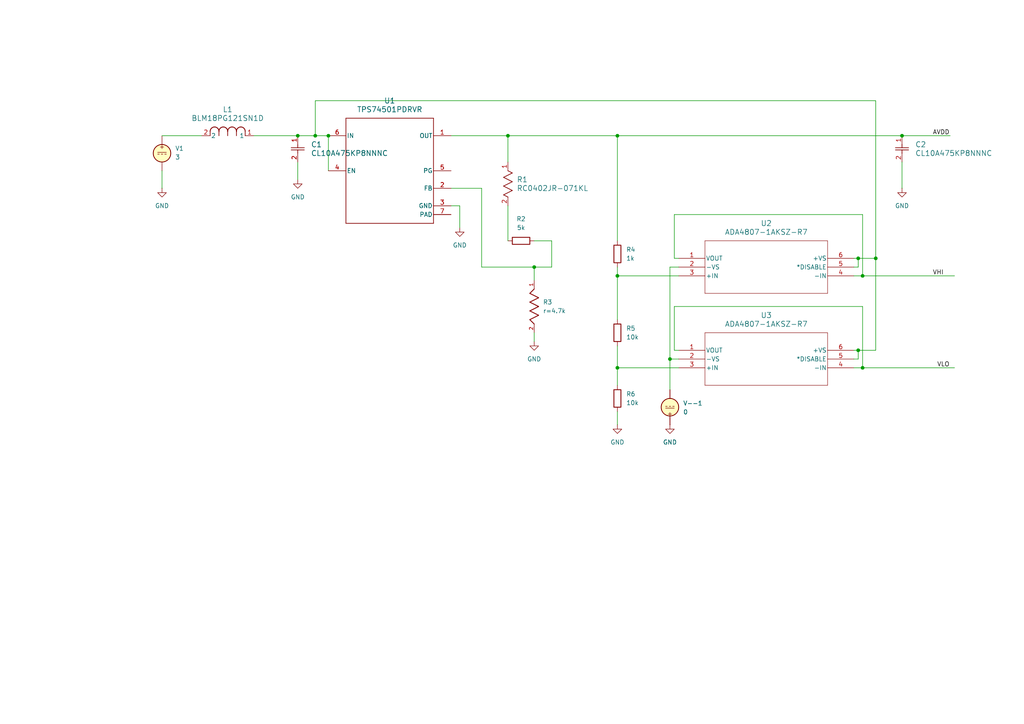
<source format=kicad_sch>
(kicad_sch (version 20231120) (generator "eeschema") (generator_version "8.0")
  (paper "A4")
  (lib_symbols
    (symbol "Cap4.7uF:CL10A475KP8NNNC" (pin_names (offset 0.254))
      (property "Reference" "C" (at 3.81 3.81 0))
      (property "Value" "CL10A475KP8NNNC" (at 3.81 -3.81 0))
      (symbol "CL10A475KP8NNNC_1_1"
        (polyline (pts (xy 2.54 0) (xy 3.4798 0)) (stroke (width 0.2032)))
        (polyline (pts (xy 3.4798 -1.905) (xy 3.4798 1.905)) (stroke (width 0.2032)))
        (polyline (pts (xy 4.1148 -1.905) (xy 4.1148 1.905)) (stroke (width 0.2032)))
        (polyline (pts (xy 4.1148 0) (xy 5.08 0)) (stroke (width 0.2032)))
        (pin unspecified line (at 0 0 0) (length 2.54) (name "") (number "1"))
        (pin unspecified line (at 7.62 0 180) (length 2.54) (name "") (number "2"))
      )
      (symbol "CL10A475KP8NNNC_1_2"
        (polyline (pts (xy -1.905 -4.1148) (xy 1.905 -4.1148)) (stroke (width 0.2032)))
        (polyline (pts (xy -1.905 -3.4798) (xy 1.905 -3.4798)) (stroke (width 0.2032)))
        (polyline (pts (xy 0 -4.1148) (xy 0 -5.08)) (stroke (width 0.2032)))
        (polyline (pts (xy 0 -2.54) (xy 0 -3.4798)) (stroke (width 0.2032)))
        (pin unspecified line (at 0 0 270) (length 2.54) (name "") (number "1"))
        (pin unspecified line (at 0 -7.62 90) (length 2.54) (name "") (number "2"))
      )
    )
    (symbol "Device:R" (pin_numbers hide) (pin_names (offset 0))
      (property "Reference" "R" (at 2.032 0 90))
      (property "Value" "R" (at 0 0 90))
      (symbol "R_0_1"
        (rectangle (start -1.016 -2.54) (end 1.016 2.54) (stroke (width 0.254)))
      )
      (symbol "R_1_1"
        (pin passive line (at 0 3.81 270) (length 1.27) (name "~") (number "1"))
        (pin passive line (at 0 -3.81 90) (length 1.27) (name "~") (number "2"))
      )
    )
    (symbol "LDO:TPS74501PDRVR" (pin_names (offset 0.254))
      (property "Reference" "U" (at 0 2.54 0))
      (property "Value" "TPS74501PDRVR" (at 0 0 0))
      (symbol "TPS74501PDRVR_0_1"
        (polyline (pts (xy -12.7 -15.24) (xy 12.7 -15.24)) (stroke (width 0.2032)))
        (polyline (pts (xy -12.7 15.24) (xy -12.7 -15.24)) (stroke (width 0.2032)))
        (polyline (pts (xy 12.7 -15.24) (xy 12.7 15.24)) (stroke (width 0.2032)))
        (polyline (pts (xy 12.7 15.24) (xy -12.7 15.24)) (stroke (width 0.2032)))
        (pin power_in line (at 17.78 10.16 180) (length 5.08) (name "OUT") (number "1"))
        (pin input line (at 17.78 -5.08 180) (length 5.08) (name "FB") (number "2"))
        (pin power_in line (at 17.78 -10.16 180) (length 5.08) (name "GND") (number "3"))
        (pin input line (at -17.78 0 0) (length 5.08) (name "EN") (number "4"))
        (pin open_collector line (at 17.78 0 180) (length 5.08) (name "PG") (number "5"))
        (pin power_in line (at -17.78 10.16 0) (length 5.08) (name "IN") (number "6"))
        (pin power_in line (at 17.78 -12.7 180) (length 5.08) (name "PAD") (number "7"))
      )
    )
    (symbol "Opamp:ADA4807-1AKSZ-R7" (pin_names (offset 0.254))
      (property "Reference" "U" (at 25.4 10.16 0))
      (property "Value" "ADA4807-1AKSZ-R7" (at 25.4 7.62 0))
      (symbol "ADA4807-1AKSZ-R7_0_1"
        (polyline (pts (xy 7.62 -10.16) (xy 43.18 -10.16)) (stroke (width 0.127)))
        (polyline (pts (xy 7.62 5.08) (xy 7.62 -10.16)) (stroke (width 0.127)))
        (polyline (pts (xy 43.18 -10.16) (xy 43.18 5.08)) (stroke (width 0.127)))
        (polyline (pts (xy 43.18 5.08) (xy 7.62 5.08)) (stroke (width 0.127)))
        (pin power_in line (at 0 0 0) (length 7.62) (name "VOUT") (number "1"))
        (pin power_in line (at 0 -2.54 0) (length 7.62) (name "-VS") (number "2"))
        (pin input line (at 0 -5.08 0) (length 7.62) (name "+IN") (number "3"))
        (pin input line (at 50.8 -5.08 180) (length 7.62) (name "-IN") (number "4"))
        (pin unspecified line (at 50.8 -2.54 180) (length 7.62) (name "*DISABLE") (number "5"))
        (pin power_in line (at 50.8 0 180) (length 7.62) (name "+VS") (number "6"))
      )
    )
    (symbol "Resistor1k:RC0402JR-071KL" (pin_names (offset 0.254))
      (property "Reference" "R" (at 5.715 3.81 0))
      (property "Value" "RC0402JR-071KL" (at 6.35 -3.81 0))
      (symbol "RC0402JR-071KL_1_1"
        (polyline (pts (xy 2.54 0) (xy 3.175 1.27)) (stroke (width 0.2032)))
        (polyline (pts (xy 3.175 1.27) (xy 4.445 -1.27)) (stroke (width 0.2032)))
        (polyline (pts (xy 4.445 -1.27) (xy 5.715 1.27)) (stroke (width 0.2032)))
        (polyline (pts (xy 5.715 1.27) (xy 6.985 -1.27)) (stroke (width 0.2032)))
        (polyline (pts (xy 6.985 -1.27) (xy 8.255 1.27)) (stroke (width 0.2032)))
        (polyline (pts (xy 8.255 1.27) (xy 9.525 -1.27)) (stroke (width 0.2032)))
        (polyline (pts (xy 9.525 -1.27) (xy 10.16 0)) (stroke (width 0.2032)))
        (pin unspecified line (at 12.7 0 180) (length 2.54) (name "") (number "1"))
        (pin unspecified line (at 0 0 0) (length 2.54) (name "") (number "2"))
      )
      (symbol "RC0402JR-071KL_1_2"
        (polyline (pts (xy -1.27 3.175) (xy 1.27 4.445)) (stroke (width 0.2032)))
        (polyline (pts (xy -1.27 5.715) (xy 1.27 6.985)) (stroke (width 0.2032)))
        (polyline (pts (xy -1.27 8.255) (xy 1.27 9.525)) (stroke (width 0.2032)))
        (polyline (pts (xy 0 2.54) (xy -1.27 3.175)) (stroke (width 0.2032)))
        (polyline (pts (xy 1.27 4.445) (xy -1.27 5.715)) (stroke (width 0.2032)))
        (polyline (pts (xy 1.27 6.985) (xy -1.27 8.255)) (stroke (width 0.2032)))
        (polyline (pts (xy 1.27 9.525) (xy 0 10.16)) (stroke (width 0.2032)))
        (pin unspecified line (at 0 12.7 270) (length 2.54) (name "") (number "1"))
        (pin unspecified line (at 0 0 90) (length 2.54) (name "") (number "2"))
      )
    )
    (symbol "Simulation_SPICE:VDC" (pin_numbers hide) (pin_names (offset 0.0254))
      (property "Reference" "V" (at 2.54 2.54 0))
      (property "Value" "1" (at 2.54 0 0))
      (symbol "VDC_0_0"
        (polyline (pts (xy -1.27 0.254) (xy 1.27 0.254)))
        (polyline (pts (xy -0.762 -0.254) (xy -1.27 -0.254)))
        (polyline (pts (xy 0.254 -0.254) (xy -0.254 -0.254)))
        (polyline (pts (xy 1.27 -0.254) (xy 0.762 -0.254)))
        (text "+" (at 0 1.905 0) (effects (font (size 1.27 1.27))))
      )
      (symbol "VDC_0_1"
        (circle (center 0 0) (radius 2.54) (stroke (width 0.254)) (fill (type background)))
      )
      (symbol "VDC_1_1"
        (pin passive line (at 0 5.08 270) (length 2.54) (name "~") (number "1"))
        (pin passive line (at 0 -5.08 90) (length 2.54) (name "~") (number "2"))
      )
    )
    (symbol "ferriteBeads120Ohm:BLM18PG121SN1D" (pin_names (offset 0.254))
      (property "Reference" "L" (at 6.985 5.08 0))
      (property "Value" "BLM18PG121SN1D" (at 6.985 -2.54 0))
      (symbol "BLM18PG121SN1D_1_1"
        (polyline (pts (xy 2.54 0) (xy 2.54 1.27)) (stroke (width 0.2032)))
        (polyline (pts (xy 5.08 0) (xy 5.08 1.27)) (stroke (width 0.2032)))
        (polyline (pts (xy 7.62 0) (xy 7.62 1.27)) (stroke (width 0.2032)))
        (polyline (pts (xy 10.16 0) (xy 10.16 1.27)) (stroke (width 0.2032)))
        (polyline (pts (xy 12.7 0) (xy 12.7 1.27)) (stroke (width 0.2032)))
        (arc (start 5.08 1.27) (mid 3.81 2.5344) (end 2.54 1.27) (stroke (width 0.254)))
        (arc (start 7.62 1.27) (mid 6.35 2.5344) (end 5.08 1.27) (stroke (width 0.254)))
        (arc (start 10.16 1.27) (mid 8.89 2.5344) (end 7.62 1.27) (stroke (width 0.254)))
        (arc (start 12.7 1.27) (mid 11.43 2.5344) (end 10.16 1.27) (stroke (width 0.254)))
        (pin unspecified line (at 15.24 0 180) (length 2.54) (name "1") (number "1"))
        (pin unspecified line (at 0 0 0) (length 2.54) (name "2") (number "2"))
      )
      (symbol "BLM18PG121SN1D_1_2"
        (arc (start -1.27 5.08) (mid -2.5344 3.81) (end -1.27 2.54) (stroke (width 0.254)))
        (arc (start -1.27 7.62) (mid -2.5344 6.35) (end -1.27 5.08) (stroke (width 0.254)))
        (arc (start -1.27 10.16) (mid -2.5344 8.89) (end -1.27 7.62) (stroke (width 0.254)))
        (arc (start -1.27 12.7) (mid -2.5344 11.43) (end -1.27 10.16) (stroke (width 0.254)))
        (polyline (pts (xy 0 2.54) (xy -1.27 2.54)) (stroke (width 0.2032)))
        (polyline (pts (xy 0 5.08) (xy -1.27 5.08)) (stroke (width 0.2032)))
        (polyline (pts (xy 0 7.62) (xy -1.27 7.62)) (stroke (width 0.2032)))
        (polyline (pts (xy 0 10.16) (xy -1.27 10.16)) (stroke (width 0.2032)))
        (polyline (pts (xy 0 12.7) (xy -1.27 12.7)) (stroke (width 0.2032)))
        (pin unspecified line (at 0 15.24 270) (length 2.54) (name "1") (number "1"))
        (pin unspecified line (at 0 0 90) (length 2.54) (name "2") (number "2"))
      )
    )
    (symbol "power:GND" (power) (pin_numbers hide) (pin_names (offset 0) hide)
      (property "Value" "GND" (at 0 -3.81 0))
      (symbol "GND_0_1"
        (polyline (pts (xy 0 0) (xy 0 -1.27) (xy 1.27 -1.27) (xy 0 -2.54) (xy -1.27 -1.27) (xy 0 -1.27)))
      )
      (symbol "GND_1_1"
        (pin power_in line (at 0 0 270) (length 0) (name "~") (number "1"))
      )
    )
    (symbol "resistor4.7k:RC0402FR-074K7L" (pin_names (offset 1.016))
      (property "Reference" "R" (at -4.447 2.0075 0))
      (property "Value" "RC0402FR-074K7L" (at -4.4467 -3.5574 0))
      (symbol "RC0402FR-074K7L_0_0"
        (polyline (pts (xy -5.08 0) (xy -3.81 -1.27)) (stroke (width 0.254)))
        (polyline (pts (xy -3.81 -1.27) (xy -2.54 1.27)) (stroke (width 0.254)))
        (polyline (pts (xy -2.54 1.27) (xy -1.27 -1.27)) (stroke (width 0.254)))
        (polyline (pts (xy -1.27 -1.27) (xy 0 1.27)) (stroke (width 0.254)))
        (polyline (pts (xy 0 1.27) (xy 1.27 -1.27)) (stroke (width 0.254)))
        (polyline (pts (xy 1.27 -1.27) (xy 2.54 1.27)) (stroke (width 0.254)))
        (polyline (pts (xy 2.54 1.27) (xy 3.81 -1.27)) (stroke (width 0.254)))
        (polyline (pts (xy 3.81 -1.27) (xy 5.08 0)) (stroke (width 0.254)))
        (pin passive line (at -7.62 0 0) (length 2.54) (name "~") (number "1"))
        (pin passive line (at 7.62 0 180) (length 2.54) (name "~") (number "2"))
      )
    )
  )
  (junction (at 179.07 80.01))
  (junction (at 179.07 39.37))
  (junction (at 248.92 101.6))
  (junction (at 91.44 39.37))
  (junction (at 86.36 39.37))
  (junction (at 250.19 80.01))
  (junction (at 95.25 39.37))
  (junction (at 154.94 77.47))
  (junction (at 250.19 106.68))
  (junction (at 147.32 39.37))
  (junction (at 261.62 39.37))
  (junction (at 248.92 74.93))
  (junction (at 254 74.93))
  (junction (at 194.31 104.14))
  (junction (at 179.07 106.68))
  (wire (pts (xy 147.32 59.69) (xy 147.32 69.85)))
  (wire (pts (xy 194.31 104.14) (xy 196.85 104.14)))
  (wire (pts (xy 248.92 101.6) (xy 248.92 104.14)))
  (wire (pts (xy 179.07 119.38) (xy 179.07 123.19)))
  (wire (pts (xy 250.19 106.68) (xy 276.86 106.68)))
  (wire (pts (xy 247.65 74.93) (xy 248.92 74.93)))
  (wire (pts (xy 154.94 77.47) (xy 139.7 77.47)))
  (wire (pts (xy 147.32 39.37) (xy 179.07 39.37)))
  (wire (pts (xy 179.07 39.37) (xy 261.62 39.37)))
  (wire (pts (xy 250.19 62.23) (xy 195.58 62.23)))
  (wire (pts (xy 130.81 39.37) (xy 147.32 39.37)))
  (wire (pts (xy 248.92 101.6) (xy 254 101.6)))
  (wire (pts (xy 86.36 52.07) (xy 86.36 46.99)))
  (wire (pts (xy 250.19 80.01) (xy 250.19 62.23)))
  (wire (pts (xy 194.31 77.47) (xy 196.85 77.47)))
  (wire (pts (xy 247.65 104.14) (xy 248.92 104.14)))
  (wire (pts (xy 179.07 80.01) (xy 179.07 92.71)))
  (wire (pts (xy 254 29.21) (xy 254 74.93)))
  (wire (pts (xy 250.19 106.68) (xy 250.19 88.9)))
  (wire (pts (xy 179.07 100.33) (xy 179.07 106.68)))
  (wire (pts (xy 254 74.93) (xy 254 101.6)))
  (wire (pts (xy 248.92 74.93) (xy 248.92 77.47)))
  (wire (pts (xy 160.02 77.47) (xy 160.02 69.85)))
  (wire (pts (xy 154.94 96.52) (xy 154.94 99.06)))
  (wire (pts (xy 250.19 80.01) (xy 276.86 80.01)))
  (wire (pts (xy 91.44 29.21) (xy 254 29.21)))
  (wire (pts (xy 248.92 74.93) (xy 254 74.93)))
  (wire (pts (xy 147.32 39.37) (xy 147.32 46.99)))
  (wire (pts (xy 179.07 77.47) (xy 179.07 80.01)))
  (wire (pts (xy 247.65 77.47) (xy 248.92 77.47)))
  (wire (pts (xy 261.62 39.37) (xy 275.59 39.37)))
  (wire (pts (xy 194.31 104.14) (xy 194.31 113.03)))
  (wire (pts (xy 86.36 39.37) (xy 91.44 39.37)))
  (wire (pts (xy 195.58 62.23) (xy 195.58 74.93)))
  (wire (pts (xy 179.07 39.37) (xy 179.07 69.85)))
  (wire (pts (xy 154.94 69.85) (xy 160.02 69.85)))
  (wire (pts (xy 91.44 39.37) (xy 95.25 39.37)))
  (wire (pts (xy 247.65 106.68) (xy 250.19 106.68)))
  (wire (pts (xy 91.44 39.37) (xy 91.44 29.21)))
  (wire (pts (xy 195.58 88.9) (xy 195.58 101.6)))
  (wire (pts (xy 195.58 101.6) (xy 196.85 101.6)))
  (wire (pts (xy 194.31 77.47) (xy 194.31 104.14)))
  (wire (pts (xy 195.58 74.93) (xy 196.85 74.93)))
  (wire (pts (xy 179.07 80.01) (xy 196.85 80.01)))
  (wire (pts (xy 139.7 77.47) (xy 139.7 54.61)))
  (wire (pts (xy 133.35 59.69) (xy 133.35 66.04)))
  (wire (pts (xy 154.94 77.47) (xy 160.02 77.47)))
  (wire (pts (xy 261.62 46.99) (xy 261.62 54.61)))
  (wire (pts (xy 247.65 80.01) (xy 250.19 80.01)))
  (wire (pts (xy 46.99 39.37) (xy 58.42 39.37)))
  (wire (pts (xy 130.81 59.69) (xy 133.35 59.69)))
  (wire (pts (xy 250.19 88.9) (xy 195.58 88.9)))
  (wire (pts (xy 46.99 49.53) (xy 46.99 54.61)))
  (wire (pts (xy 95.25 39.37) (xy 95.25 49.53)))
  (wire (pts (xy 179.07 106.68) (xy 196.85 106.68)))
  (wire (pts (xy 154.94 77.47) (xy 154.94 81.28)))
  (wire (pts (xy 247.65 101.6) (xy 248.92 101.6)))
  (wire (pts (xy 139.7 54.61) (xy 130.81 54.61)))
  (wire (pts (xy 73.66 39.37) (xy 86.36 39.37)))
  (wire (pts (xy 179.07 106.68) (xy 179.07 111.76)))
  (label "VLO" (at 271.78 106.68 0))
  (label "VHI" (at 270.51 80.01 0))
  (label "AVDD" (at 270.51 39.37 0))
  (symbol (lib_id "Resistor1k:RC0402JR-071KL") (at 147.32 59.69 90) (unit 1)
    (property "Reference" "R1" (at 149.86 52.0699 90) (effects (font (size 1.524 1.524)) (justify right)))
    (property "Value" "RC0402JR-071KL" (at 149.86 54.6099 90) (effects (font (size 1.524 1.524)) (justify right)))
    (property "Footprint" "RC0402N_YAG" (effects (hide yes)))
    (property "Datasheet" "RC0402JR-071KL" (effects (hide yes)))
    (property "Sim.Device" "R" (effects (hide yes)))
    (property "Sim.Pins" "1=+ 2=-" (effects (hide yes)))
    (property "Sim.Params" "r=1k" (effects (hide yes)))
    (property "Sim.Type" "=" (effects (hide yes)))
  )
  (symbol (lib_id "power:GND") (at 46.99 54.61 0) (unit 1)
    (property "Reference" "#PWR0103" (effects (hide yes)))
    (property "Value" "GND" (at 46.99 59.69 0))
    (property "Description" "Power symbol creates a global label with name \"GND\" , ground" (effects (hide yes)))
  )
  (symbol (lib_id "Device:R") (at 179.07 73.66 0) (unit 1)
    (property "Reference" "R4" (at 181.61 72.3899 0) (effects (justify left)))
    (property "Value" "1k" (at 181.61 74.9299 0) (effects (justify left)))
    (property "Description" "Resistor" (effects (hide yes)))
  )
  (symbol (lib_id "Cap4.7uF:CL10A475KP8NNNC") (at 86.36 39.37 270) (unit 1)
    (property "Reference" "C1" (at 90.17 41.9099 90) (effects (font (size 1.524 1.524)) (justify left)))
    (property "Value" "CL10A475KP8NNNC" (at 90.17 44.4499 90) (effects (font (size 1.524 1.524)) (justify left)))
    (property "Footprint" "CAP_0603_CL10A_1P6XP8_SAM" (effects (hide yes)))
    (property "Datasheet" "CL10A475KP8NNNC" (effects (hide yes)))
    (property "Sim.Library" "/home/maxwell/github-repos/sp-24-EE628/6_Test/2_PCB/test_board_1/TestBoardEDA/models/CL10A475KP8NNN_Precise_DC0V_25degC_P.lib" (effects (hide yes)))
    (property "Sim.Name" "CL10A475KP8NNN_Precise_DC0V_25degC" (effects (hide yes)))
    (property "Sim.Device" "SUBCKT" (effects (hide yes)))
    (property "Sim.Pins" "1=1 2=2" (effects (hide yes)))
  )
  (symbol (lib_id "resistor4.7k:RC0402FR-074K7L") (at 154.94 88.9 270) (unit 1)
    (property "Reference" "R3" (at 157.48 87.6299 90) (effects (justify left)))
    (property "Value" "${SIM.PARAMS}" (at 157.48 90.1699 90) (effects (justify left)))
    (property "Footprint" "RC0402FR-074K7L:RESC1005X40" (effects (hide yes)))
    (property "DigiKey_Part_Number" "311-4.7KLRTR-ND" (effects (hide yes)))
    (property "SnapEDA_Link" "https://www.snapeda.com/parts/RC0402FR-074K7L/Yageo/view-part/?ref=snap" (effects (hide yes)))
    (property "Description_1" "\n4.7 kOhms ±1% 0.063W, 1/16W Chip Resistor 0402 (1005 Metric) Moisture Resistant Thick Film\n" (effects (hide yes)))
    (property "Package" "1005 Panasonic Electronic Components" (effects (hide yes)))
    (property "Check_prices" "https://www.snapeda.com/parts/RC0402FR-074K7L/Yageo/view-part/?ref=eda" (effects (hide yes)))
    (property "MF" "Yageo" (effects (hide yes)))
    (property "MP" "RC0402FR-074K7L" (effects (hide yes)))
    (property "MANUFACTURER" "YAGEO" (effects (hide yes)))
    (property "Sim.Device" "R" (effects (hide yes)))
    (property "Sim.Type" "=" (effects (hide yes)))
    (property "Sim.Params" "r=4.7k" (effects (hide yes)))
    (property "Sim.Pins" "1=+ 2=-" (effects (hide yes)))
  )
  (symbol (lib_id "Device:R") (at 179.07 115.57 0) (unit 1)
    (property "Reference" "R6" (at 181.61 114.2999 0) (effects (justify left)))
    (property "Value" "10k" (at 181.61 116.8399 0) (effects (justify left)))
    (property "Description" "Resistor" (effects (hide yes)))
  )
  (symbol (lib_id "power:GND") (at 179.07 123.19 0) (unit 1)
    (property "Reference" "#PWR0106" (effects (hide yes)))
    (property "Value" "GND" (at 179.07 128.27 0))
    (property "Description" "Power symbol creates a global label with name \"GND\" , ground" (effects (hide yes)))
  )
  (symbol (lib_id "power:GND") (at 261.62 54.61 0) (unit 1)
    (property "Reference" "#PWR0104" (effects (hide yes)))
    (property "Value" "GND" (at 261.62 59.69 0))
    (property "Description" "Power symbol creates a global label with name \"GND\" , ground" (effects (hide yes)))
  )
  (symbol (lib_id "Device:R") (at 151.13 69.85 90) (unit 1)
    (property "Reference" "R2" (at 151.13 63.5 90))
    (property "Value" "5k" (at 151.13 66.04 90))
    (property "Description" "Resistor" (effects (hide yes)))
  )
  (symbol (lib_id "power:GND") (at 133.35 66.04 0) (unit 1)
    (property "Reference" "#PWR0102" (effects (hide yes)))
    (property "Value" "GND" (at 133.35 71.12 0))
    (property "Description" "Power symbol creates a global label with name \"GND\" , ground" (effects (hide yes)))
  )
  (symbol (lib_id "Device:R") (at 179.07 96.52 0) (unit 1)
    (property "Reference" "R5" (at 181.61 95.2499 0) (effects (justify left)))
    (property "Value" "10k" (at 181.61 97.7899 0) (effects (justify left)))
    (property "Description" "Resistor" (effects (hide yes)))
  )
  (symbol (lib_id "Opamp:ADA4807-1AKSZ-R7") (at 196.85 101.6 0) (unit 1)
    (property "Reference" "U3" (at 222.25 91.44 0) (effects (font (size 1.524 1.524))))
    (property "Value" "ADA4807-1AKSZ-R7" (at 222.25 93.98 0) (effects (font (size 1.524 1.524))))
    (property "Footprint" "KS-6_ADI" (effects (hide yes)))
    (property "Datasheet" "ADA4807-1AKSZ-R7" (effects (hide yes)))
    (property "Sim.Library" "/home/maxwell/github-repos/sp-24-EE628/6_Test/2_PCB/test_board_1/TestBoardEDA/models/ADA4807.cir" (effects (hide yes)))
    (property "Sim.Name" "ADA4807" (effects (hide yes)))
    (property "Sim.Device" "SUBCKT" (effects (hide yes)))
    (property "Sim.Pins" "1=104 2=103 3=100 4=101 5=106 6=102" (effects (hide yes)))
  )
  (symbol (lib_id "LDO:TPS74501PDRVR") (at 113.03 49.53 0) (unit 1)
    (property "Reference" "U1" (at 113.03 29.21 0) (effects (font (size 1.524 1.524))))
    (property "Value" "TPS74501PDRVR" (at 113.03 31.75 0) (effects (font (size 1.524 1.524))))
    (property "Footprint" "DRV0006A" (effects (hide yes)))
    (property "Datasheet" "TPS74501PDRVR" (effects (hide yes)))
    (property "Sim.Library" "/home/maxwell/github-repos/sp-24-EE628/6_Test/2_PCB/test_board_1/TestBoardEDA/models/TPS74501P_TRANS.lib" (effects (hide yes)))
    (property "Sim.Name" "TPS74501P_TRANS" (effects (hide yes)))
    (property "Sim.Device" "SUBCKT" (effects (hide yes)))
    (property "Sim.Pins" "1=VOUT 2=FB 3=GND 4=EN 5=PG 6=VIN" (effects (hide yes)))
  )
  (symbol (lib_id "power:GND") (at 86.36 52.07 0) (unit 1)
    (property "Reference" "#PWR0101" (effects (hide yes)))
    (property "Value" "GND" (at 86.36 57.15 0))
    (property "Description" "Power symbol creates a global label with name \"GND\" , ground" (effects (hide yes)))
  )
  (symbol (lib_id "Simulation_SPICE:VDC") (at 194.31 118.11 180) (unit 1)
    (property "Reference" "V--1" (at 198.12 116.9697 0) (effects (justify right)))
    (property "Value" "0" (at 198.12 119.5097 0) (effects (justify right)))
    (property "Datasheet" "https://ngspice.sourceforge.io/docs/ngspice-html-manual/manual.xhtml#sec_Independent_Sources_for" (effects (hide yes)))
    (property "Description" "Voltage source, DC" (effects (hide yes)))
    (property "Sim.Pins" "1=+ 2=-" (effects (hide yes)))
    (property "Sim.Type" "DC" (effects (hide yes)))
    (property "Sim.Device" "V" (effects (hide yes)))
  )
  (symbol (lib_id "Opamp:ADA4807-1AKSZ-R7") (at 196.85 74.93 0) (unit 1)
    (property "Reference" "U2" (at 222.25 64.77 0) (effects (font (size 1.524 1.524))))
    (property "Value" "ADA4807-1AKSZ-R7" (at 222.25 67.31 0) (effects (font (size 1.524 1.524))))
    (property "Footprint" "KS-6_ADI" (effects (hide yes)))
    (property "Datasheet" "ADA4807-1AKSZ-R7" (effects (hide yes)))
    (property "Sim.Library" "/home/maxwell/github-repos/sp-24-EE628/6_Test/2_PCB/test_board_1/TestBoardEDA/models/ADA4807.cir" (effects (hide yes)))
    (property "Sim.Name" "ADA4807" (effects (hide yes)))
    (property "Sim.Device" "SUBCKT" (effects (hide yes)))
    (property "Sim.Pins" "1=104 2=103 3=100 4=101 5=106 6=102" (effects (hide yes)))
  )
  (symbol (lib_id "Cap4.7uF:CL10A475KP8NNNC") (at 261.62 39.37 270) (unit 1)
    (property "Reference" "C2" (at 265.43 41.9099 90) (effects (font (size 1.524 1.524)) (justify left)))
    (property "Value" "CL10A475KP8NNNC" (at 265.43 44.4499 90) (effects (font (size 1.524 1.524)) (justify left)))
    (property "Footprint" "CAP_0603_CL10A_1P6XP8_SAM" (effects (hide yes)))
    (property "Datasheet" "CL10A475KP8NNNC" (effects (hide yes)))
    (property "Sim.Library" "/home/maxwell/github-repos/sp-24-EE628/6_Test/2_PCB/test_board_1/TestBoardEDA/models/CL10A475KP8NNN_Precise_DC0V_25degC_P.lib" (effects (hide yes)))
    (property "Sim.Name" "CL10A475KP8NNN_Precise_DC0V_25degC" (effects (hide yes)))
    (property "Sim.Device" "SUBCKT" (effects (hide yes)))
    (property "Sim.Pins" "1=1 2=2" (effects (hide yes)))
  )
  (symbol (lib_id "power:GND") (at 154.94 99.06 0) (unit 1)
    (property "Reference" "#PWR0105" (effects (hide yes)))
    (property "Value" "GND" (at 154.94 104.14 0))
    (property "Description" "Power symbol creates a global label with name \"GND\" , ground" (effects (hide yes)))
  )
  (symbol (lib_id "power:GND") (at 194.31 123.19 0) (unit 1)
    (property "Reference" "#PWR0107" (effects (hide yes)))
    (property "Value" "GND" (at 194.31 128.27 0))
    (property "Description" "Power symbol creates a global label with name \"GND\" , ground" (effects (hide yes)))
  )
  (symbol (lib_id "Simulation_SPICE:VDC") (at 46.99 44.45 0) (unit 1)
    (property "Reference" "V1" (at 50.8 43.0501 0) (effects (justify left)))
    (property "Value" "3" (at 50.8 45.5901 0) (effects (justify left)))
    (property "Datasheet" "https://ngspice.sourceforge.io/docs/ngspice-html-manual/manual.xhtml#sec_Independent_Sources_for" (effects (hide yes)))
    (property "Description" "Voltage source, DC" (effects (hide yes)))
    (property "Sim.Pins" "1=+ 2=-" (effects (hide yes)))
    (property "Sim.Type" "DC" (effects (hide yes)))
    (property "Sim.Device" "V" (effects (hide yes)))
  )
  (symbol (lib_id "ferriteBeads120Ohm:BLM18PG121SN1D") (at 58.42 39.37 0) (unit 1)
    (property "Reference" "L1" (at 66.04 31.75 0) (effects (font (size 1.524 1.524))))
    (property "Value" "BLM18PG121SN1D" (at 66.04 34.29 0) (effects (font (size 1.524 1.524))))
    (property "Footprint" "IND_BLM18_0603_MUR" (effects (hide yes)))
    (property "Datasheet" "BLM18PG121SN1D" (effects (hide yes)))
    (property "Sim.Library" "/home/maxwell/github-repos/sp-24-EE628/6_Test/2_PCB/test_board_1/TestBoardEDA/models/BLM18PG121SN1.mod" (effects (hide yes)))
    (property "Sim.Name" "BLM18PG121SN1" (effects (hide yes)))
    (property "Sim.Device" "SUBCKT" (effects (hide yes)))
    (property "Sim.Pins" "1=port1 2=port2" (effects (hide yes)))
  )
)
</source>
